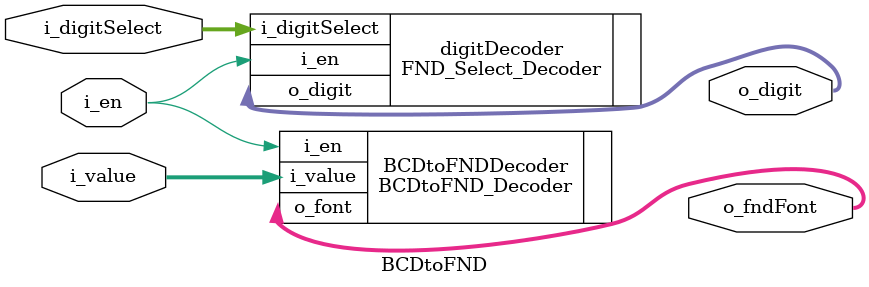
<source format=v>
`timescale 1ns / 1ps

module BCDtoFND(
    input [1:0] i_digitSelect,
    input [3:0] i_value,
    input i_en,
    output [3:0] o_digit,
    output [3:0] o_fndFont
    );

    FND_Select_Decoder digitDecoder(
        .i_digitSelect(i_digitSelect),
        .i_en(i_en),
        .o_digit(o_digit)
    );

    BCDtoFND_Decoder BCDtoFNDDecoder(
        .i_value(i_value),
        .i_en(i_en),
        .o_font(o_fndFont)
    );

endmodule

</source>
